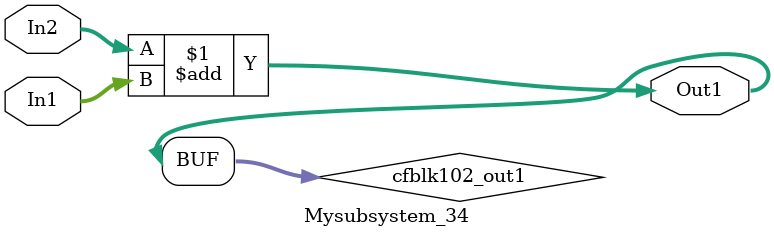
<source format=v>



`timescale 1 ns / 1 ns

module Mysubsystem_34
          (In1,
           In2,
           Out1);


  input   [7:0] In1;  // uint8
  input   [7:0] In2;  // uint8
  output  [7:0] Out1;  // uint8


  wire [7:0] cfblk102_out1;  // uint8


  assign cfblk102_out1 = In2 + In1;



  assign Out1 = cfblk102_out1;

endmodule  // Mysubsystem_34


</source>
